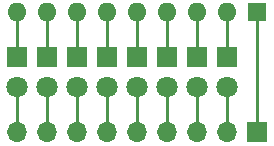
<source format=gbr>
%TF.GenerationSoftware,KiCad,Pcbnew,7.0.2*%
%TF.CreationDate,2023-05-13T14:05:58-05:00*%
%TF.ProjectId,BreadboardLEDArray,42726561-6462-46f6-9172-644c45444172,0*%
%TF.SameCoordinates,Original*%
%TF.FileFunction,Copper,L2,Bot*%
%TF.FilePolarity,Positive*%
%FSLAX46Y46*%
G04 Gerber Fmt 4.6, Leading zero omitted, Abs format (unit mm)*
G04 Created by KiCad (PCBNEW 7.0.2) date 2023-05-13 14:05:58*
%MOMM*%
%LPD*%
G01*
G04 APERTURE LIST*
%TA.AperFunction,ComponentPad*%
%ADD10R,1.800000X1.800000*%
%TD*%
%TA.AperFunction,ComponentPad*%
%ADD11C,1.800000*%
%TD*%
%TA.AperFunction,ComponentPad*%
%ADD12R,1.600000X1.600000*%
%TD*%
%TA.AperFunction,ComponentPad*%
%ADD13O,1.600000X1.600000*%
%TD*%
%TA.AperFunction,ComponentPad*%
%ADD14R,1.700000X1.700000*%
%TD*%
%TA.AperFunction,ComponentPad*%
%ADD15O,1.700000X1.700000*%
%TD*%
%TA.AperFunction,Conductor*%
%ADD16C,0.250000*%
%TD*%
G04 APERTURE END LIST*
D10*
%TO.P,D1,1,K*%
%TO.N,Net-(D1-K)*%
X168910000Y-114935000D03*
D11*
%TO.P,D1,2,A*%
%TO.N,Net-(D1-A)*%
X168910000Y-117475000D03*
%TD*%
D12*
%TO.P,RN1,1,common*%
%TO.N,Net-(J1-Pin_1)*%
X171450000Y-111125000D03*
D13*
%TO.P,RN1,2,R1*%
%TO.N,Net-(D1-K)*%
X168910000Y-111125000D03*
%TO.P,RN1,3,R2*%
%TO.N,Net-(D2-K)*%
X166370000Y-111125000D03*
%TO.P,RN1,4,R3*%
%TO.N,Net-(D3-K)*%
X163830000Y-111125000D03*
%TO.P,RN1,5,R4*%
%TO.N,Net-(D4-K)*%
X161290000Y-111125000D03*
%TO.P,RN1,6,R5*%
%TO.N,Net-(D5-K)*%
X158750000Y-111125000D03*
%TO.P,RN1,7,R6*%
%TO.N,Net-(D6-K)*%
X156210000Y-111125000D03*
%TO.P,RN1,8,R7*%
%TO.N,Net-(D7-K)*%
X153670000Y-111125000D03*
%TO.P,RN1,9,R8*%
%TO.N,Net-(D8-K)*%
X151130000Y-111125000D03*
%TD*%
D10*
%TO.P,D8,1,K*%
%TO.N,Net-(D8-K)*%
X151130000Y-114935000D03*
D11*
%TO.P,D8,2,A*%
%TO.N,Net-(D8-A)*%
X151130000Y-117475000D03*
%TD*%
D14*
%TO.P,J1,1,Pin_1*%
%TO.N,Net-(J1-Pin_1)*%
X171450000Y-121285000D03*
D15*
%TO.P,J1,2,Pin_2*%
%TO.N,Net-(D1-A)*%
X168910000Y-121285000D03*
%TO.P,J1,3,Pin_3*%
%TO.N,Net-(D2-A)*%
X166370000Y-121285000D03*
%TO.P,J1,4,Pin_4*%
%TO.N,Net-(D3-A)*%
X163830000Y-121285000D03*
%TO.P,J1,5,Pin_5*%
%TO.N,Net-(D4-A)*%
X161290000Y-121285000D03*
%TO.P,J1,6,Pin_6*%
%TO.N,Net-(D5-A)*%
X158750000Y-121285000D03*
%TO.P,J1,7,Pin_7*%
%TO.N,Net-(D6-A)*%
X156210000Y-121285000D03*
%TO.P,J1,8,Pin_8*%
%TO.N,Net-(D7-A)*%
X153670000Y-121285000D03*
%TO.P,J1,9,Pin_9*%
%TO.N,Net-(D8-A)*%
X151130000Y-121285000D03*
%TD*%
D10*
%TO.P,D6,1,K*%
%TO.N,Net-(D6-K)*%
X156210000Y-114935000D03*
D11*
%TO.P,D6,2,A*%
%TO.N,Net-(D6-A)*%
X156210000Y-117475000D03*
%TD*%
D10*
%TO.P,D3,1,K*%
%TO.N,Net-(D3-K)*%
X163830000Y-114935000D03*
D11*
%TO.P,D3,2,A*%
%TO.N,Net-(D3-A)*%
X163830000Y-117475000D03*
%TD*%
D10*
%TO.P,D5,1,K*%
%TO.N,Net-(D5-K)*%
X158750000Y-114935000D03*
D11*
%TO.P,D5,2,A*%
%TO.N,Net-(D5-A)*%
X158750000Y-117475000D03*
%TD*%
D10*
%TO.P,D4,1,K*%
%TO.N,Net-(D4-K)*%
X161290000Y-114935000D03*
D11*
%TO.P,D4,2,A*%
%TO.N,Net-(D4-A)*%
X161290000Y-117475000D03*
%TD*%
D10*
%TO.P,D2,1,K*%
%TO.N,Net-(D2-K)*%
X166370000Y-114935000D03*
D11*
%TO.P,D2,2,A*%
%TO.N,Net-(D2-A)*%
X166370000Y-117475000D03*
%TD*%
D10*
%TO.P,D7,1,K*%
%TO.N,Net-(D7-K)*%
X153670000Y-114935000D03*
D11*
%TO.P,D7,2,A*%
%TO.N,Net-(D7-A)*%
X153670000Y-117475000D03*
%TD*%
D16*
%TO.N,Net-(D1-K)*%
X168910000Y-110490000D02*
X168910000Y-114935000D01*
%TO.N,Net-(D1-A)*%
X168910000Y-117475000D02*
X168910000Y-121285000D01*
%TO.N,Net-(D2-K)*%
X166370000Y-110490000D02*
X166370000Y-114935000D01*
%TO.N,Net-(D2-A)*%
X166370000Y-121285000D02*
X166370000Y-117475000D01*
%TO.N,Net-(D3-A)*%
X163830000Y-117475000D02*
X163830000Y-121285000D01*
%TO.N,Net-(D4-K)*%
X161290000Y-110490000D02*
X161290000Y-114935000D01*
%TO.N,Net-(D4-A)*%
X161290000Y-121285000D02*
X161290000Y-117475000D01*
%TO.N,Net-(D5-K)*%
X158750000Y-110490000D02*
X158750000Y-114935000D01*
%TO.N,Net-(D5-A)*%
X158750000Y-117475000D02*
X158750000Y-121285000D01*
%TO.N,Net-(D6-K)*%
X156210000Y-110490000D02*
X156210000Y-114935000D01*
%TO.N,Net-(D6-A)*%
X156210000Y-121285000D02*
X156210000Y-117475000D01*
%TO.N,Net-(D7-K)*%
X153670000Y-110490000D02*
X153670000Y-114935000D01*
%TO.N,Net-(D7-A)*%
X153670000Y-117475000D02*
X153670000Y-121285000D01*
%TO.N,Net-(D8-K)*%
X151130000Y-110490000D02*
X151130000Y-114935000D01*
%TO.N,Net-(D8-A)*%
X151130000Y-121285000D02*
X151130000Y-117475000D01*
%TO.N,Net-(J1-Pin_1)*%
X171450000Y-121285000D02*
X171450000Y-110490000D01*
%TO.N,Net-(D3-K)*%
X163830000Y-110490000D02*
X163830000Y-114935000D01*
%TD*%
M02*

</source>
